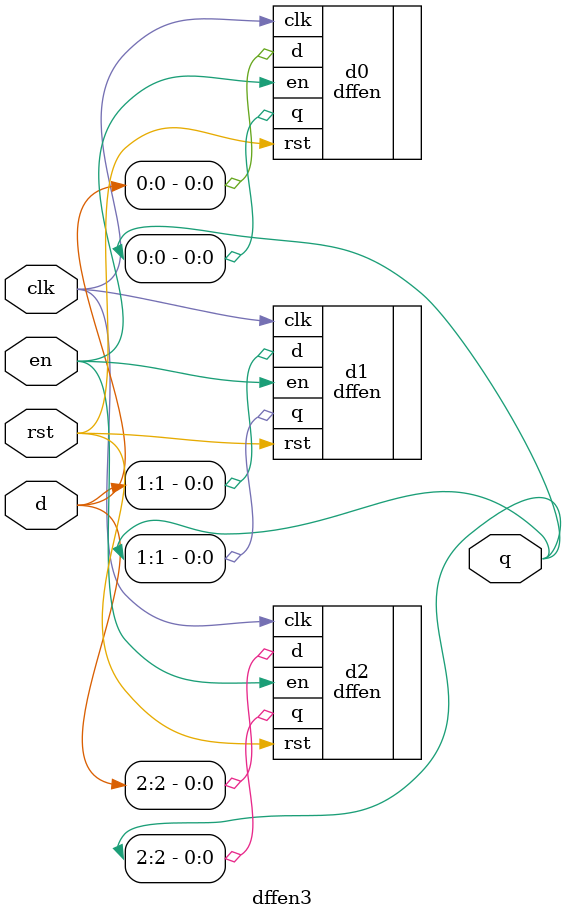
<source format=v>
module dffen3(
	input [2:0] d,
	output [2:0] q,
	input en, clk, rst);
	
	dffen d0(.d (d[0]), .q (q[0]), .en (en), .rst (rst), .clk (clk));
	dffen d1(.d (d[1]), .q (q[1]), .en (en), .rst (rst), .clk (clk));
	dffen d2(.d (d[2]), .q (q[2]), .en (en), .rst (rst), .clk (clk));

endmodule 
</source>
